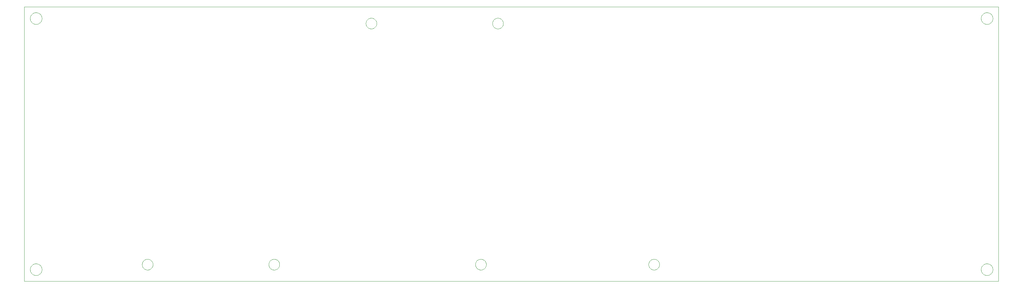
<source format=gm1>
G75*
G70*
%OFA0B0*%
%FSLAX24Y24*%
%IPPOS*%
%LPD*%
%AMOC8*
5,1,8,0,0,1.08239X$1,22.5*
%
%ADD10C,0.0000*%
D10*
X003410Y002625D02*
X003410Y032125D01*
X107910Y032125D01*
X107910Y002625D01*
X003410Y002625D01*
X004030Y003875D02*
X004032Y003925D01*
X004038Y003975D01*
X004048Y004024D01*
X004062Y004072D01*
X004079Y004119D01*
X004100Y004164D01*
X004125Y004208D01*
X004153Y004249D01*
X004185Y004288D01*
X004219Y004325D01*
X004256Y004359D01*
X004296Y004389D01*
X004338Y004416D01*
X004382Y004440D01*
X004428Y004461D01*
X004475Y004477D01*
X004523Y004490D01*
X004573Y004499D01*
X004622Y004504D01*
X004673Y004505D01*
X004723Y004502D01*
X004772Y004495D01*
X004821Y004484D01*
X004869Y004469D01*
X004915Y004451D01*
X004960Y004429D01*
X005003Y004403D01*
X005044Y004374D01*
X005083Y004342D01*
X005119Y004307D01*
X005151Y004269D01*
X005181Y004229D01*
X005208Y004186D01*
X005231Y004142D01*
X005250Y004096D01*
X005266Y004048D01*
X005278Y003999D01*
X005286Y003950D01*
X005290Y003900D01*
X005290Y003850D01*
X005286Y003800D01*
X005278Y003751D01*
X005266Y003702D01*
X005250Y003654D01*
X005231Y003608D01*
X005208Y003564D01*
X005181Y003521D01*
X005151Y003481D01*
X005119Y003443D01*
X005083Y003408D01*
X005044Y003376D01*
X005003Y003347D01*
X004960Y003321D01*
X004915Y003299D01*
X004869Y003281D01*
X004821Y003266D01*
X004772Y003255D01*
X004723Y003248D01*
X004673Y003245D01*
X004622Y003246D01*
X004573Y003251D01*
X004523Y003260D01*
X004475Y003273D01*
X004428Y003289D01*
X004382Y003310D01*
X004338Y003334D01*
X004296Y003361D01*
X004256Y003391D01*
X004219Y003425D01*
X004185Y003462D01*
X004153Y003501D01*
X004125Y003542D01*
X004100Y003586D01*
X004079Y003631D01*
X004062Y003678D01*
X004048Y003726D01*
X004038Y003775D01*
X004032Y003825D01*
X004030Y003875D01*
X016040Y004415D02*
X016042Y004463D01*
X016048Y004510D01*
X016058Y004557D01*
X016071Y004603D01*
X016089Y004648D01*
X016110Y004691D01*
X016134Y004732D01*
X016162Y004771D01*
X016193Y004808D01*
X016227Y004842D01*
X016264Y004873D01*
X016303Y004901D01*
X016344Y004925D01*
X016387Y004946D01*
X016432Y004964D01*
X016478Y004977D01*
X016525Y004987D01*
X016572Y004993D01*
X016620Y004995D01*
X016668Y004993D01*
X016715Y004987D01*
X016762Y004977D01*
X016808Y004964D01*
X016853Y004946D01*
X016896Y004925D01*
X016937Y004901D01*
X016976Y004873D01*
X017013Y004842D01*
X017047Y004808D01*
X017078Y004771D01*
X017106Y004732D01*
X017130Y004691D01*
X017151Y004648D01*
X017169Y004603D01*
X017182Y004557D01*
X017192Y004510D01*
X017198Y004463D01*
X017200Y004415D01*
X017198Y004367D01*
X017192Y004320D01*
X017182Y004273D01*
X017169Y004227D01*
X017151Y004182D01*
X017130Y004139D01*
X017106Y004098D01*
X017078Y004059D01*
X017047Y004022D01*
X017013Y003988D01*
X016976Y003957D01*
X016937Y003929D01*
X016896Y003905D01*
X016853Y003884D01*
X016808Y003866D01*
X016762Y003853D01*
X016715Y003843D01*
X016668Y003837D01*
X016620Y003835D01*
X016572Y003837D01*
X016525Y003843D01*
X016478Y003853D01*
X016432Y003866D01*
X016387Y003884D01*
X016344Y003905D01*
X016303Y003929D01*
X016264Y003957D01*
X016227Y003988D01*
X016193Y004022D01*
X016162Y004059D01*
X016134Y004098D01*
X016110Y004139D01*
X016089Y004182D01*
X016071Y004227D01*
X016058Y004273D01*
X016048Y004320D01*
X016042Y004367D01*
X016040Y004415D01*
X029620Y004415D02*
X029622Y004463D01*
X029628Y004510D01*
X029638Y004557D01*
X029651Y004603D01*
X029669Y004648D01*
X029690Y004691D01*
X029714Y004732D01*
X029742Y004771D01*
X029773Y004808D01*
X029807Y004842D01*
X029844Y004873D01*
X029883Y004901D01*
X029924Y004925D01*
X029967Y004946D01*
X030012Y004964D01*
X030058Y004977D01*
X030105Y004987D01*
X030152Y004993D01*
X030200Y004995D01*
X030248Y004993D01*
X030295Y004987D01*
X030342Y004977D01*
X030388Y004964D01*
X030433Y004946D01*
X030476Y004925D01*
X030517Y004901D01*
X030556Y004873D01*
X030593Y004842D01*
X030627Y004808D01*
X030658Y004771D01*
X030686Y004732D01*
X030710Y004691D01*
X030731Y004648D01*
X030749Y004603D01*
X030762Y004557D01*
X030772Y004510D01*
X030778Y004463D01*
X030780Y004415D01*
X030778Y004367D01*
X030772Y004320D01*
X030762Y004273D01*
X030749Y004227D01*
X030731Y004182D01*
X030710Y004139D01*
X030686Y004098D01*
X030658Y004059D01*
X030627Y004022D01*
X030593Y003988D01*
X030556Y003957D01*
X030517Y003929D01*
X030476Y003905D01*
X030433Y003884D01*
X030388Y003866D01*
X030342Y003853D01*
X030295Y003843D01*
X030248Y003837D01*
X030200Y003835D01*
X030152Y003837D01*
X030105Y003843D01*
X030058Y003853D01*
X030012Y003866D01*
X029967Y003884D01*
X029924Y003905D01*
X029883Y003929D01*
X029844Y003957D01*
X029807Y003988D01*
X029773Y004022D01*
X029742Y004059D01*
X029714Y004098D01*
X029690Y004139D01*
X029669Y004182D01*
X029651Y004227D01*
X029638Y004273D01*
X029628Y004320D01*
X029622Y004367D01*
X029620Y004415D01*
X051790Y004415D02*
X051792Y004463D01*
X051798Y004510D01*
X051808Y004557D01*
X051821Y004603D01*
X051839Y004648D01*
X051860Y004691D01*
X051884Y004732D01*
X051912Y004771D01*
X051943Y004808D01*
X051977Y004842D01*
X052014Y004873D01*
X052053Y004901D01*
X052094Y004925D01*
X052137Y004946D01*
X052182Y004964D01*
X052228Y004977D01*
X052275Y004987D01*
X052322Y004993D01*
X052370Y004995D01*
X052418Y004993D01*
X052465Y004987D01*
X052512Y004977D01*
X052558Y004964D01*
X052603Y004946D01*
X052646Y004925D01*
X052687Y004901D01*
X052726Y004873D01*
X052763Y004842D01*
X052797Y004808D01*
X052828Y004771D01*
X052856Y004732D01*
X052880Y004691D01*
X052901Y004648D01*
X052919Y004603D01*
X052932Y004557D01*
X052942Y004510D01*
X052948Y004463D01*
X052950Y004415D01*
X052948Y004367D01*
X052942Y004320D01*
X052932Y004273D01*
X052919Y004227D01*
X052901Y004182D01*
X052880Y004139D01*
X052856Y004098D01*
X052828Y004059D01*
X052797Y004022D01*
X052763Y003988D01*
X052726Y003957D01*
X052687Y003929D01*
X052646Y003905D01*
X052603Y003884D01*
X052558Y003866D01*
X052512Y003853D01*
X052465Y003843D01*
X052418Y003837D01*
X052370Y003835D01*
X052322Y003837D01*
X052275Y003843D01*
X052228Y003853D01*
X052182Y003866D01*
X052137Y003884D01*
X052094Y003905D01*
X052053Y003929D01*
X052014Y003957D01*
X051977Y003988D01*
X051943Y004022D01*
X051912Y004059D01*
X051884Y004098D01*
X051860Y004139D01*
X051839Y004182D01*
X051821Y004227D01*
X051808Y004273D01*
X051798Y004320D01*
X051792Y004367D01*
X051790Y004415D01*
X070370Y004415D02*
X070372Y004463D01*
X070378Y004510D01*
X070388Y004557D01*
X070401Y004603D01*
X070419Y004648D01*
X070440Y004691D01*
X070464Y004732D01*
X070492Y004771D01*
X070523Y004808D01*
X070557Y004842D01*
X070594Y004873D01*
X070633Y004901D01*
X070674Y004925D01*
X070717Y004946D01*
X070762Y004964D01*
X070808Y004977D01*
X070855Y004987D01*
X070902Y004993D01*
X070950Y004995D01*
X070998Y004993D01*
X071045Y004987D01*
X071092Y004977D01*
X071138Y004964D01*
X071183Y004946D01*
X071226Y004925D01*
X071267Y004901D01*
X071306Y004873D01*
X071343Y004842D01*
X071377Y004808D01*
X071408Y004771D01*
X071436Y004732D01*
X071460Y004691D01*
X071481Y004648D01*
X071499Y004603D01*
X071512Y004557D01*
X071522Y004510D01*
X071528Y004463D01*
X071530Y004415D01*
X071528Y004367D01*
X071522Y004320D01*
X071512Y004273D01*
X071499Y004227D01*
X071481Y004182D01*
X071460Y004139D01*
X071436Y004098D01*
X071408Y004059D01*
X071377Y004022D01*
X071343Y003988D01*
X071306Y003957D01*
X071267Y003929D01*
X071226Y003905D01*
X071183Y003884D01*
X071138Y003866D01*
X071092Y003853D01*
X071045Y003843D01*
X070998Y003837D01*
X070950Y003835D01*
X070902Y003837D01*
X070855Y003843D01*
X070808Y003853D01*
X070762Y003866D01*
X070717Y003884D01*
X070674Y003905D01*
X070633Y003929D01*
X070594Y003957D01*
X070557Y003988D01*
X070523Y004022D01*
X070492Y004059D01*
X070464Y004098D01*
X070440Y004139D01*
X070419Y004182D01*
X070401Y004227D01*
X070388Y004273D01*
X070378Y004320D01*
X070372Y004367D01*
X070370Y004415D01*
X106030Y003875D02*
X106032Y003925D01*
X106038Y003975D01*
X106048Y004024D01*
X106062Y004072D01*
X106079Y004119D01*
X106100Y004164D01*
X106125Y004208D01*
X106153Y004249D01*
X106185Y004288D01*
X106219Y004325D01*
X106256Y004359D01*
X106296Y004389D01*
X106338Y004416D01*
X106382Y004440D01*
X106428Y004461D01*
X106475Y004477D01*
X106523Y004490D01*
X106573Y004499D01*
X106622Y004504D01*
X106673Y004505D01*
X106723Y004502D01*
X106772Y004495D01*
X106821Y004484D01*
X106869Y004469D01*
X106915Y004451D01*
X106960Y004429D01*
X107003Y004403D01*
X107044Y004374D01*
X107083Y004342D01*
X107119Y004307D01*
X107151Y004269D01*
X107181Y004229D01*
X107208Y004186D01*
X107231Y004142D01*
X107250Y004096D01*
X107266Y004048D01*
X107278Y003999D01*
X107286Y003950D01*
X107290Y003900D01*
X107290Y003850D01*
X107286Y003800D01*
X107278Y003751D01*
X107266Y003702D01*
X107250Y003654D01*
X107231Y003608D01*
X107208Y003564D01*
X107181Y003521D01*
X107151Y003481D01*
X107119Y003443D01*
X107083Y003408D01*
X107044Y003376D01*
X107003Y003347D01*
X106960Y003321D01*
X106915Y003299D01*
X106869Y003281D01*
X106821Y003266D01*
X106772Y003255D01*
X106723Y003248D01*
X106673Y003245D01*
X106622Y003246D01*
X106573Y003251D01*
X106523Y003260D01*
X106475Y003273D01*
X106428Y003289D01*
X106382Y003310D01*
X106338Y003334D01*
X106296Y003361D01*
X106256Y003391D01*
X106219Y003425D01*
X106185Y003462D01*
X106153Y003501D01*
X106125Y003542D01*
X106100Y003586D01*
X106079Y003631D01*
X106062Y003678D01*
X106048Y003726D01*
X106038Y003775D01*
X106032Y003825D01*
X106030Y003875D01*
X053620Y030335D02*
X053622Y030383D01*
X053628Y030430D01*
X053638Y030477D01*
X053651Y030523D01*
X053669Y030568D01*
X053690Y030611D01*
X053714Y030652D01*
X053742Y030691D01*
X053773Y030728D01*
X053807Y030762D01*
X053844Y030793D01*
X053883Y030821D01*
X053924Y030845D01*
X053967Y030866D01*
X054012Y030884D01*
X054058Y030897D01*
X054105Y030907D01*
X054152Y030913D01*
X054200Y030915D01*
X054248Y030913D01*
X054295Y030907D01*
X054342Y030897D01*
X054388Y030884D01*
X054433Y030866D01*
X054476Y030845D01*
X054517Y030821D01*
X054556Y030793D01*
X054593Y030762D01*
X054627Y030728D01*
X054658Y030691D01*
X054686Y030652D01*
X054710Y030611D01*
X054731Y030568D01*
X054749Y030523D01*
X054762Y030477D01*
X054772Y030430D01*
X054778Y030383D01*
X054780Y030335D01*
X054778Y030287D01*
X054772Y030240D01*
X054762Y030193D01*
X054749Y030147D01*
X054731Y030102D01*
X054710Y030059D01*
X054686Y030018D01*
X054658Y029979D01*
X054627Y029942D01*
X054593Y029908D01*
X054556Y029877D01*
X054517Y029849D01*
X054476Y029825D01*
X054433Y029804D01*
X054388Y029786D01*
X054342Y029773D01*
X054295Y029763D01*
X054248Y029757D01*
X054200Y029755D01*
X054152Y029757D01*
X054105Y029763D01*
X054058Y029773D01*
X054012Y029786D01*
X053967Y029804D01*
X053924Y029825D01*
X053883Y029849D01*
X053844Y029877D01*
X053807Y029908D01*
X053773Y029942D01*
X053742Y029979D01*
X053714Y030018D01*
X053690Y030059D01*
X053669Y030102D01*
X053651Y030147D01*
X053638Y030193D01*
X053628Y030240D01*
X053622Y030287D01*
X053620Y030335D01*
X040040Y030335D02*
X040042Y030383D01*
X040048Y030430D01*
X040058Y030477D01*
X040071Y030523D01*
X040089Y030568D01*
X040110Y030611D01*
X040134Y030652D01*
X040162Y030691D01*
X040193Y030728D01*
X040227Y030762D01*
X040264Y030793D01*
X040303Y030821D01*
X040344Y030845D01*
X040387Y030866D01*
X040432Y030884D01*
X040478Y030897D01*
X040525Y030907D01*
X040572Y030913D01*
X040620Y030915D01*
X040668Y030913D01*
X040715Y030907D01*
X040762Y030897D01*
X040808Y030884D01*
X040853Y030866D01*
X040896Y030845D01*
X040937Y030821D01*
X040976Y030793D01*
X041013Y030762D01*
X041047Y030728D01*
X041078Y030691D01*
X041106Y030652D01*
X041130Y030611D01*
X041151Y030568D01*
X041169Y030523D01*
X041182Y030477D01*
X041192Y030430D01*
X041198Y030383D01*
X041200Y030335D01*
X041198Y030287D01*
X041192Y030240D01*
X041182Y030193D01*
X041169Y030147D01*
X041151Y030102D01*
X041130Y030059D01*
X041106Y030018D01*
X041078Y029979D01*
X041047Y029942D01*
X041013Y029908D01*
X040976Y029877D01*
X040937Y029849D01*
X040896Y029825D01*
X040853Y029804D01*
X040808Y029786D01*
X040762Y029773D01*
X040715Y029763D01*
X040668Y029757D01*
X040620Y029755D01*
X040572Y029757D01*
X040525Y029763D01*
X040478Y029773D01*
X040432Y029786D01*
X040387Y029804D01*
X040344Y029825D01*
X040303Y029849D01*
X040264Y029877D01*
X040227Y029908D01*
X040193Y029942D01*
X040162Y029979D01*
X040134Y030018D01*
X040110Y030059D01*
X040089Y030102D01*
X040071Y030147D01*
X040058Y030193D01*
X040048Y030240D01*
X040042Y030287D01*
X040040Y030335D01*
X004030Y030875D02*
X004032Y030925D01*
X004038Y030975D01*
X004048Y031024D01*
X004062Y031072D01*
X004079Y031119D01*
X004100Y031164D01*
X004125Y031208D01*
X004153Y031249D01*
X004185Y031288D01*
X004219Y031325D01*
X004256Y031359D01*
X004296Y031389D01*
X004338Y031416D01*
X004382Y031440D01*
X004428Y031461D01*
X004475Y031477D01*
X004523Y031490D01*
X004573Y031499D01*
X004622Y031504D01*
X004673Y031505D01*
X004723Y031502D01*
X004772Y031495D01*
X004821Y031484D01*
X004869Y031469D01*
X004915Y031451D01*
X004960Y031429D01*
X005003Y031403D01*
X005044Y031374D01*
X005083Y031342D01*
X005119Y031307D01*
X005151Y031269D01*
X005181Y031229D01*
X005208Y031186D01*
X005231Y031142D01*
X005250Y031096D01*
X005266Y031048D01*
X005278Y030999D01*
X005286Y030950D01*
X005290Y030900D01*
X005290Y030850D01*
X005286Y030800D01*
X005278Y030751D01*
X005266Y030702D01*
X005250Y030654D01*
X005231Y030608D01*
X005208Y030564D01*
X005181Y030521D01*
X005151Y030481D01*
X005119Y030443D01*
X005083Y030408D01*
X005044Y030376D01*
X005003Y030347D01*
X004960Y030321D01*
X004915Y030299D01*
X004869Y030281D01*
X004821Y030266D01*
X004772Y030255D01*
X004723Y030248D01*
X004673Y030245D01*
X004622Y030246D01*
X004573Y030251D01*
X004523Y030260D01*
X004475Y030273D01*
X004428Y030289D01*
X004382Y030310D01*
X004338Y030334D01*
X004296Y030361D01*
X004256Y030391D01*
X004219Y030425D01*
X004185Y030462D01*
X004153Y030501D01*
X004125Y030542D01*
X004100Y030586D01*
X004079Y030631D01*
X004062Y030678D01*
X004048Y030726D01*
X004038Y030775D01*
X004032Y030825D01*
X004030Y030875D01*
X106030Y030875D02*
X106032Y030925D01*
X106038Y030975D01*
X106048Y031024D01*
X106062Y031072D01*
X106079Y031119D01*
X106100Y031164D01*
X106125Y031208D01*
X106153Y031249D01*
X106185Y031288D01*
X106219Y031325D01*
X106256Y031359D01*
X106296Y031389D01*
X106338Y031416D01*
X106382Y031440D01*
X106428Y031461D01*
X106475Y031477D01*
X106523Y031490D01*
X106573Y031499D01*
X106622Y031504D01*
X106673Y031505D01*
X106723Y031502D01*
X106772Y031495D01*
X106821Y031484D01*
X106869Y031469D01*
X106915Y031451D01*
X106960Y031429D01*
X107003Y031403D01*
X107044Y031374D01*
X107083Y031342D01*
X107119Y031307D01*
X107151Y031269D01*
X107181Y031229D01*
X107208Y031186D01*
X107231Y031142D01*
X107250Y031096D01*
X107266Y031048D01*
X107278Y030999D01*
X107286Y030950D01*
X107290Y030900D01*
X107290Y030850D01*
X107286Y030800D01*
X107278Y030751D01*
X107266Y030702D01*
X107250Y030654D01*
X107231Y030608D01*
X107208Y030564D01*
X107181Y030521D01*
X107151Y030481D01*
X107119Y030443D01*
X107083Y030408D01*
X107044Y030376D01*
X107003Y030347D01*
X106960Y030321D01*
X106915Y030299D01*
X106869Y030281D01*
X106821Y030266D01*
X106772Y030255D01*
X106723Y030248D01*
X106673Y030245D01*
X106622Y030246D01*
X106573Y030251D01*
X106523Y030260D01*
X106475Y030273D01*
X106428Y030289D01*
X106382Y030310D01*
X106338Y030334D01*
X106296Y030361D01*
X106256Y030391D01*
X106219Y030425D01*
X106185Y030462D01*
X106153Y030501D01*
X106125Y030542D01*
X106100Y030586D01*
X106079Y030631D01*
X106062Y030678D01*
X106048Y030726D01*
X106038Y030775D01*
X106032Y030825D01*
X106030Y030875D01*
M02*

</source>
